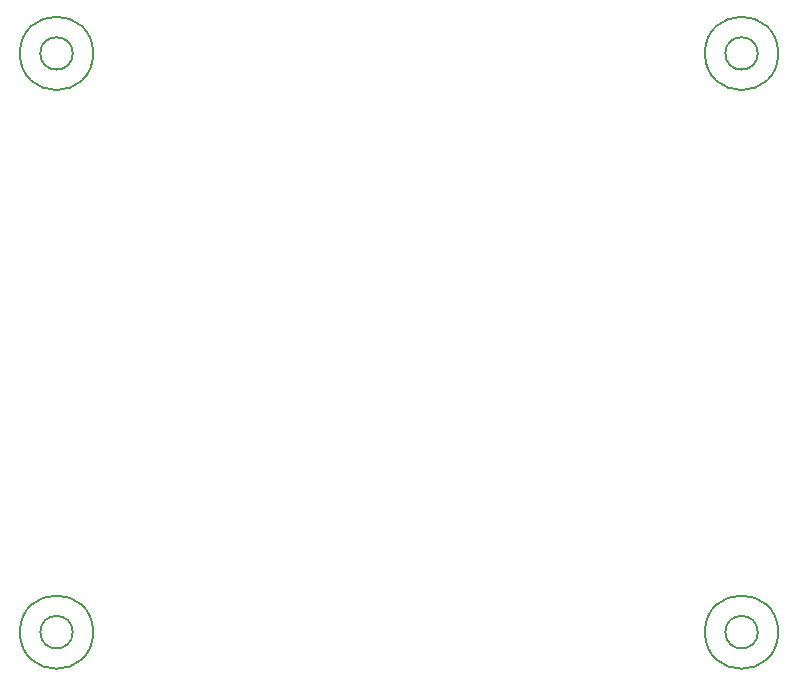
<source format=gbr>
%TF.GenerationSoftware,KiCad,Pcbnew,7.0.9-7.0.9~ubuntu23.04.1*%
%TF.CreationDate,2023-12-23T16:27:10+00:00*%
%TF.ProjectId,pedalboard-soundcard,70656461-6c62-46f6-9172-642d736f756e,0.0.1*%
%TF.SameCoordinates,Original*%
%TF.FileFunction,AssemblyDrawing,Bot*%
%FSLAX46Y46*%
G04 Gerber Fmt 4.6, Leading zero omitted, Abs format (unit mm)*
G04 Created by KiCad (PCBNEW 7.0.9-7.0.9~ubuntu23.04.1) date 2023-12-23 16:27:10*
%MOMM*%
%LPD*%
G01*
G04 APERTURE LIST*
%ADD10C,0.150000*%
G04 APERTURE END LIST*
D10*
%TO.C,H4*%
X111375000Y-56000000D02*
G75*
G03*
X111375000Y-56000000I-1375000J0D01*
G01*
X113100000Y-56000000D02*
G75*
G03*
X113100000Y-56000000I-3100000J0D01*
G01*
%TO.C,H3*%
X53375000Y-56000000D02*
G75*
G03*
X53375000Y-56000000I-1375000J0D01*
G01*
X55100000Y-56000000D02*
G75*
G03*
X55100000Y-56000000I-3100000J0D01*
G01*
%TO.C,H1*%
X53375000Y-105000000D02*
G75*
G03*
X53375000Y-105000000I-1375000J0D01*
G01*
X55100000Y-105000000D02*
G75*
G03*
X55100000Y-105000000I-3100000J0D01*
G01*
%TO.C,H2*%
X111375000Y-105000000D02*
G75*
G03*
X111375000Y-105000000I-1375000J0D01*
G01*
X113100000Y-105000000D02*
G75*
G03*
X113100000Y-105000000I-3100000J0D01*
G01*
%TD*%
M02*

</source>
